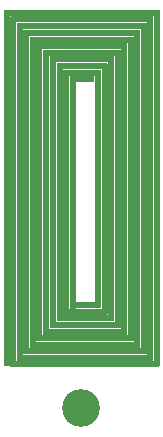
<source format=gts>
G04 ---------------------------- Layer name :TOP SOLDER LAYER*
G04 easyEDA 0.1*
G04 Scale: 100 percent, Rotated: No, Reflected: No *
G04 Dimensions in inches *
G04 leading zeros omitted , absolute positions ,2 integer and 4 * 
%FSLAX24Y24*%
%MOIN*%
G90*
G70D02*

%ADD12R,0.019417X1.189100*%
%ADD13R,0.518629X0.019417*%
%ADD14R,0.496975X0.019417*%
%ADD15R,0.019417X1.167840*%
%ADD16R,0.476109X0.019417*%
%ADD17R,0.019417X1.146187*%
%ADD18R,0.454062X0.019417*%
%ADD19R,0.019417X1.124140*%
%ADD20R,0.432410X0.019417*%
%ADD21R,0.019417X1.102486*%
%ADD22R,0.410755X0.019417*%
%ADD23R,0.019417X1.078864*%
%ADD24R,0.388710X0.019417*%
%ADD25R,0.019417X1.057604*%
%ADD26R,0.367450X0.019417*%
%ADD27R,0.019417X1.035951*%
%ADD28R,0.345795X0.019417*%
%ADD29R,0.019417X1.013904*%
%ADD30R,0.324140X0.019417*%
%ADD31R,0.019417X0.991860*%
%ADD32R,0.302488X0.019417*%
%ADD33R,0.019417X0.970990*%
%ADD34R,0.279650X0.019417*%
%ADD35R,0.019417X0.948940*%
%ADD36R,0.257999X0.019417*%
%ADD37R,0.019417X0.925715*%
%ADD38R,0.233984X0.019417*%
%ADD39R,0.019417X0.904061*%
%ADD40R,0.212330X0.019417*%
%ADD41R,0.019417X0.882408*%
%ADD42R,0.190677X0.019417*%
%ADD43R,0.019417X0.859179*%
%ADD44R,0.169420X0.019417*%
%ADD45R,0.019417X0.837526*%
%ADD46R,0.147370X0.019417*%
%ADD47R,0.019417X0.815479*%
%ADD48R,0.126110X0.019417*%
%ADD49R,0.019417X0.793825*%
%ADD50R,0.104063X0.019417*%
%ADD51R,0.019417X0.772172*%
%ADD52R,0.082803X0.019417*%
%ADD53C,0.126110*%

%LPD*%
G54D12*
G01X517Y8806D03*
G54D13*
G01X3013Y14656D03*
G54D12*
G01X5509Y8806D03*
G54D14*
G01X3120Y2955D03*
G54D15*
G01X734Y8699D03*
G54D16*
G01X3017Y14440D03*
G54D17*
G01X5301Y8806D03*
G54D18*
G01X3128Y3172D03*
G54D19*
G01X954Y8696D03*
G54D20*
G01X3021Y14219D03*
G54D21*
G01X5080Y8802D03*
G54D22*
G01X3123Y3384D03*
G54D23*
G01X1167Y8684D03*
G54D24*
G01X3013Y13983D03*
G54D25*
G01X4860Y8790D03*
G54D26*
G01X3120Y3601D03*
G54D27*
G01X1380Y8684D03*
G54D28*
G01X3013Y13766D03*
G54D29*
G01X4647Y8794D03*
G54D30*
G01X3119Y3821D03*
G54D31*
G01X1596Y8684D03*
G54D32*
G01X3013Y13546D03*
G54D33*
G01X4431Y8786D03*
G54D34*
G01X3127Y4026D03*
G54D35*
G01X1824Y8676D03*
G54D36*
G01X3017Y13325D03*
G54D37*
G01X4210Y8794D03*
G54D38*
G01X3135Y4262D03*
G54D39*
G01X2061Y8684D03*
G54D40*
G01X3025Y13109D03*
G54D41*
G01X3990Y8794D03*
G54D42*
G01X3132Y4479D03*
G54D43*
G01X2277Y8680D03*
G54D44*
G01X3029Y12880D03*
G54D45*
G01X3777Y8786D03*
G54D46*
G01X3135Y4695D03*
G54D47*
G01X2494Y8676D03*
G54D48*
G01X3025Y12656D03*
G54D49*
G01X3557Y8782D03*
G54D50*
G01X3135Y4908D03*
G54D51*
G01X2710Y8672D03*
G54D52*
G01X3025Y12440D03*
G54D53*
G01X3000Y1500D03*

M00*
M02*
</source>
